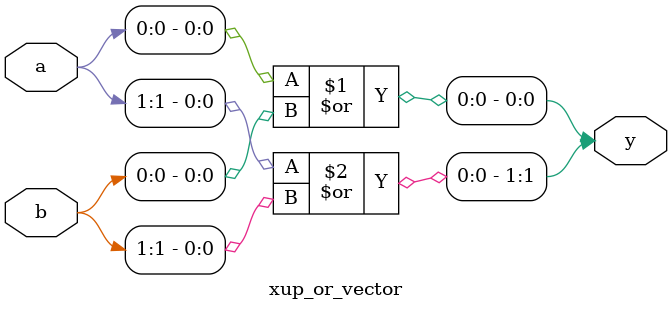
<source format=v>
`timescale 1ns / 1ps
module xup_or_vector #(parameter SIZE=2, DELAY=3)(
    input [SIZE-1:0] a,
    input [SIZE-1:0] b,
    output [SIZE-1:0] y
    );

   genvar i;
    generate
       for (i=0; i < SIZE; i=i+1) 
       begin: or_i
          or #DELAY(y[i], a[i], b[i]);
       end
    endgenerate

endmodule
</source>
